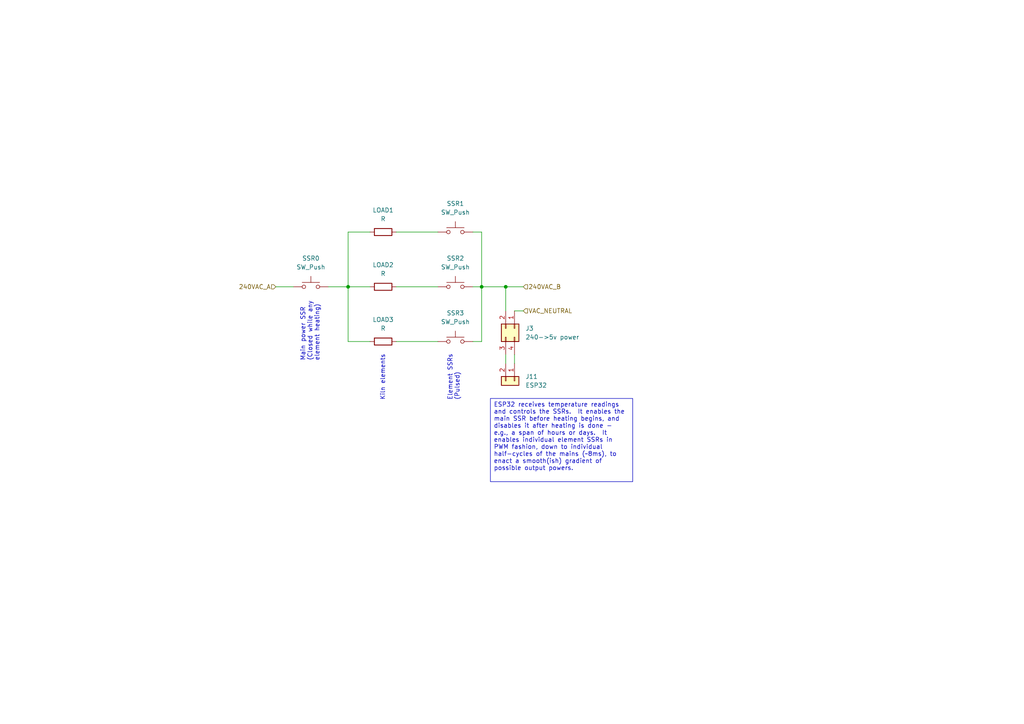
<source format=kicad_sch>
(kicad_sch (version 20230121) (generator eeschema)
  (paper "A4")
  (lib_symbols
    (symbol "Connector_Generic:Conn_01x02" (pin_names (offset 1.016) hide)
      (property "Reference" "J" (at 0 2.54 0))
      (property "Value" "Conn_01x02" (at 0 -5.08 0))
      (symbol "Conn_01x02_1_1"
        (rectangle (start -1.27 -2.413) (end 0 -2.667) (stroke (width 0.1524)))
        (rectangle (start -1.27 0.127) (end 0 -0.127) (stroke (width 0.1524)))
        (rectangle (start -1.27 1.27) (end 1.27 -3.81) (stroke (width 0.254)) (fill (type background)))
        (pin passive line (at -5.08 0 0) (length 3.81) (name "Pin_1") (number "1"))
        (pin passive line (at -5.08 -2.54 0) (length 3.81) (name "Pin_2") (number "2"))
      )
    )
    (symbol "Connector_Generic:Conn_02x02_Counter_Clockwise" (pin_names (offset 1.016) hide)
      (property "Reference" "J" (at 1.27 2.54 0))
      (property "Value" "Conn_02x02_Counter_Clockwise" (at 1.27 -5.08 0))
      (symbol "Conn_02x02_Counter_Clockwise_1_1"
        (rectangle (start -1.27 -2.413) (end 0 -2.667) (stroke (width 0.1524)))
        (rectangle (start -1.27 0.127) (end 0 -0.127) (stroke (width 0.1524)))
        (rectangle (start -1.27 1.27) (end 3.81 -3.81) (stroke (width 0.254)) (fill (type background)))
        (rectangle (start 3.81 -2.413) (end 2.54 -2.667) (stroke (width 0.1524)))
        (rectangle (start 3.81 0.127) (end 2.54 -0.127) (stroke (width 0.1524)))
        (pin passive line (at -5.08 0 0) (length 3.81) (name "Pin_1") (number "1"))
        (pin passive line (at -5.08 -2.54 0) (length 3.81) (name "Pin_2") (number "2"))
        (pin passive line (at 7.62 -2.54 180) (length 3.81) (name "Pin_3") (number "3"))
        (pin passive line (at 7.62 0 180) (length 3.81) (name "Pin_4") (number "4"))
      )
    )
    (symbol "Device:R" (pin_numbers hide) (pin_names (offset 0))
      (property "Reference" "R" (at 2.032 0 90))
      (property "Value" "R" (at 0 0 90))
      (symbol "R_0_1"
        (rectangle (start -1.016 -2.54) (end 1.016 2.54) (stroke (width 0.254)))
      )
      (symbol "R_1_1"
        (pin passive line (at 0 3.81 270) (length 1.27) (name "~") (number "1"))
        (pin passive line (at 0 -3.81 90) (length 1.27) (name "~") (number "2"))
      )
    )
    (symbol "Switch:SW_Push" (pin_numbers hide) (pin_names (offset 1.016) hide)
      (property "Reference" "SW" (at 1.27 2.54 0))
      (property "Value" "SW_Push" (at 0 -1.524 0))
      (symbol "SW_Push_0_1"
        (circle (center -2.032 0) (radius 0.508))
        (polyline (pts (xy 0 1.27) (xy 0 3.048)))
        (polyline (pts (xy 2.54 1.27) (xy -2.54 1.27)))
        (circle (center 2.032 0) (radius 0.508))
        (pin passive line (at -5.08 0 0) (length 2.54) (name "1") (number "1"))
        (pin passive line (at 5.08 0 180) (length 2.54) (name "2") (number "2"))
      )
    )
  )
  (junction (at 100.965 83.185))
  (junction (at 146.685 83.185))
  (junction (at 139.7 83.185))
  (wire (pts (xy 139.7 83.185) (xy 146.685 83.185)))
  (wire (pts (xy 100.965 83.185) (xy 100.965 99.06)))
  (wire (pts (xy 146.685 83.185) (xy 146.685 90.17)))
  (wire (pts (xy 107.315 83.185) (xy 100.965 83.185)))
  (wire (pts (xy 114.935 99.06) (xy 127 99.06)))
  (wire (pts (xy 95.25 83.185) (xy 100.965 83.185)))
  (wire (pts (xy 137.16 99.06) (xy 139.7 99.06)))
  (wire (pts (xy 114.935 83.185) (xy 127 83.185)))
  (wire (pts (xy 107.315 99.06) (xy 100.965 99.06)))
  (wire (pts (xy 100.965 67.31) (xy 107.315 67.31)))
  (wire (pts (xy 137.16 67.31) (xy 139.7 67.31)))
  (wire (pts (xy 137.16 83.185) (xy 139.7 83.185)))
  (wire (pts (xy 149.225 90.17) (xy 151.765 90.17)))
  (wire (pts (xy 100.965 83.185) (xy 100.965 67.31)))
  (wire (pts (xy 149.225 102.87) (xy 149.225 105.41)))
  (wire (pts (xy 114.935 67.31) (xy 127 67.31)))
  (wire (pts (xy 139.7 83.185) (xy 139.7 99.06)))
  (wire (pts (xy 80.01 83.185) (xy 85.09 83.185)))
  (wire (pts (xy 139.7 67.31) (xy 139.7 83.185)))
  (wire (pts (xy 146.685 83.185) (xy 151.765 83.185)))
  (wire (pts (xy 146.685 102.87) (xy 146.685 105.41)))
  (text_box "ESP32 receives temperature readings and controls the SSRs.  It enables the main SSR before heating begins, and disables it after heating is done - e.g., a span of hours or days.  It enables individual element SSRs in PWM fashion, down to individual half-cycles of the mains (~8ms), to enact a smooth(ish) gradient of possible output powers." (at 142.24 115.57 0) (size 41.275 24.13) (effects (font (size 1.27 1.27)) (justify left top)))
  (text "Main power SSR\n(Closed while any\nelement heating)" (at 92.71 104.775 90) (effects (font (size 1.27 1.27)) (justify left bottom)))
  (text "Element SSRs\n(Pulsed)" (at 133.35 116.205 90) (effects (font (size 1.27 1.27)) (justify left bottom)))
  (text "Kiln elements" (at 111.76 116.205 90) (effects (font (size 1.27 1.27)) (justify left bottom)))
  (hierarchical_label "VAC_NEUTRAL" (shape input) (at 151.765 90.17 0))
  (hierarchical_label "240VAC_A" (shape input) (at 80.01 83.185 180))
  (hierarchical_label "240VAC_B" (shape input) (at 151.765 83.185 0))
  (symbol (lib_id "Switch:SW_Push") (at 132.08 83.185 0) (unit 1) (in_bom no) (on_board no)
    (property "Reference" "SSR2" (at 132.08 74.93 0))
    (property "Value" "SW_Push" (at 132.08 77.47 0))
    (property "Sim.Enable" "0" (effects hide))
  )
  (symbol (lib_id "Switch:SW_Push") (at 132.08 99.06 0) (unit 1) (in_bom no) (on_board no)
    (property "Reference" "SSR3" (at 132.08 90.805 0))
    (property "Value" "SW_Push" (at 132.08 93.345 0))
    (property "Sim.Enable" "0" (effects hide))
  )
  (symbol (lib_id "Switch:SW_Push") (at 90.17 83.185 0) (unit 1) (in_bom no) (on_board no)
    (property "Reference" "SSR0" (at 90.17 74.93 0))
    (property "Value" "SW_Push" (at 90.17 77.47 0))
    (property "Sim.Enable" "0" (effects hide))
  )
  (symbol (lib_id "Connector_Generic:Conn_01x02") (at 149.225 110.49 270) (unit 1) (in_bom no) (on_board no)
    (property "Reference" "J11" (at 152.4 109.22 90) (effects (justify left)))
    (property "Value" "ESP32" (at 152.4 111.76 90) (effects (justify left)))
    (property "Sim.Enable" "0" (effects hide))
  )
  (symbol (lib_id "Device:R") (at 111.125 67.31 90) (unit 1) (in_bom no) (on_board no)
    (property "Reference" "LOAD1" (at 111.125 60.96 90))
    (property "Value" "R" (at 111.125 63.5 90))
    (property "Sim.Enable" "0" (effects hide))
  )
  (symbol (lib_id "Connector_Generic:Conn_02x02_Counter_Clockwise") (at 149.225 95.25 270) (unit 1) (in_bom no) (on_board no)
    (property "Reference" "J3" (at 152.4 95.25 90) (effects (justify left)))
    (property "Value" "240->5v power" (at 152.4 97.79 90) (effects (justify left)))
    (property "Sim.Enable" "0" (effects hide))
  )
  (symbol (lib_id "Device:R") (at 111.125 99.06 90) (unit 1) (in_bom no) (on_board no)
    (property "Reference" "LOAD3" (at 111.125 92.71 90))
    (property "Value" "R" (at 111.125 95.25 90))
    (property "Sim.Enable" "0" (effects hide))
  )
  (symbol (lib_id "Device:R") (at 111.125 83.185 90) (unit 1) (in_bom no) (on_board no)
    (property "Reference" "LOAD2" (at 111.125 76.835 90))
    (property "Value" "R" (at 111.125 79.375 90))
    (property "Sim.Enable" "0" (effects hide))
  )
  (symbol (lib_id "Switch:SW_Push") (at 132.08 67.31 0) (unit 1) (in_bom no) (on_board no)
    (property "Reference" "SSR1" (at 132.08 59.055 0))
    (property "Value" "SW_Push" (at 132.08 61.595 0))
    (property "Sim.Enable" "0" (effects hide))
  )
)
</source>
